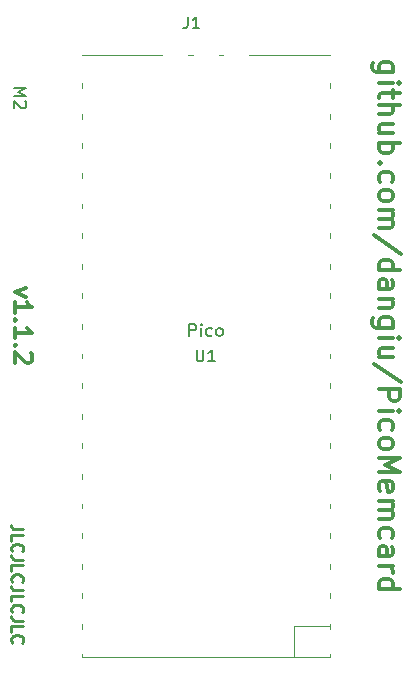
<source format=gbr>
%TF.GenerationSoftware,KiCad,Pcbnew,(6.0.5)*%
%TF.CreationDate,2023-02-05T19:42:52+01:00*%
%TF.ProjectId,PicoMemcard-pico,5069636f-4d65-46d6-9361-72642d706963,1.1.2*%
%TF.SameCoordinates,Original*%
%TF.FileFunction,Legend,Top*%
%TF.FilePolarity,Positive*%
%FSLAX46Y46*%
G04 Gerber Fmt 4.6, Leading zero omitted, Abs format (unit mm)*
G04 Created by KiCad (PCBNEW (6.0.5)) date 2023-02-05 19:42:52*
%MOMM*%
%LPD*%
G01*
G04 APERTURE LIST*
%ADD10C,0.300000*%
%ADD11C,0.250000*%
%ADD12C,0.150000*%
%ADD13C,0.120000*%
G04 APERTURE END LIST*
D10*
X164977714Y-77080571D02*
X163520571Y-77080571D01*
X163349142Y-76994857D01*
X163263428Y-76909142D01*
X163177714Y-76737714D01*
X163177714Y-76480571D01*
X163263428Y-76309142D01*
X163863428Y-77080571D02*
X163777714Y-76909142D01*
X163777714Y-76566285D01*
X163863428Y-76394857D01*
X163949142Y-76309142D01*
X164120571Y-76223428D01*
X164634857Y-76223428D01*
X164806285Y-76309142D01*
X164892000Y-76394857D01*
X164977714Y-76566285D01*
X164977714Y-76909142D01*
X164892000Y-77080571D01*
X163777714Y-77937714D02*
X164977714Y-77937714D01*
X165577714Y-77937714D02*
X165492000Y-77852000D01*
X165406285Y-77937714D01*
X165492000Y-78023428D01*
X165577714Y-77937714D01*
X165406285Y-77937714D01*
X164977714Y-78537714D02*
X164977714Y-79223428D01*
X165577714Y-78794857D02*
X164034857Y-78794857D01*
X163863428Y-78880571D01*
X163777714Y-79052000D01*
X163777714Y-79223428D01*
X163777714Y-79823428D02*
X165577714Y-79823428D01*
X163777714Y-80594857D02*
X164720571Y-80594857D01*
X164892000Y-80509142D01*
X164977714Y-80337714D01*
X164977714Y-80080571D01*
X164892000Y-79909142D01*
X164806285Y-79823428D01*
X164977714Y-82223428D02*
X163777714Y-82223428D01*
X164977714Y-81452000D02*
X164034857Y-81452000D01*
X163863428Y-81537714D01*
X163777714Y-81709142D01*
X163777714Y-81966285D01*
X163863428Y-82137714D01*
X163949142Y-82223428D01*
X163777714Y-83080571D02*
X165577714Y-83080571D01*
X164892000Y-83080571D02*
X164977714Y-83252000D01*
X164977714Y-83594857D01*
X164892000Y-83766285D01*
X164806285Y-83852000D01*
X164634857Y-83937714D01*
X164120571Y-83937714D01*
X163949142Y-83852000D01*
X163863428Y-83766285D01*
X163777714Y-83594857D01*
X163777714Y-83252000D01*
X163863428Y-83080571D01*
X163949142Y-84709142D02*
X163863428Y-84794857D01*
X163777714Y-84709142D01*
X163863428Y-84623428D01*
X163949142Y-84709142D01*
X163777714Y-84709142D01*
X163863428Y-86337714D02*
X163777714Y-86166285D01*
X163777714Y-85823428D01*
X163863428Y-85652000D01*
X163949142Y-85566285D01*
X164120571Y-85480571D01*
X164634857Y-85480571D01*
X164806285Y-85566285D01*
X164892000Y-85652000D01*
X164977714Y-85823428D01*
X164977714Y-86166285D01*
X164892000Y-86337714D01*
X163777714Y-87366285D02*
X163863428Y-87194857D01*
X163949142Y-87109142D01*
X164120571Y-87023428D01*
X164634857Y-87023428D01*
X164806285Y-87109142D01*
X164892000Y-87194857D01*
X164977714Y-87366285D01*
X164977714Y-87623428D01*
X164892000Y-87794857D01*
X164806285Y-87880571D01*
X164634857Y-87966285D01*
X164120571Y-87966285D01*
X163949142Y-87880571D01*
X163863428Y-87794857D01*
X163777714Y-87623428D01*
X163777714Y-87366285D01*
X163777714Y-88737714D02*
X164977714Y-88737714D01*
X164806285Y-88737714D02*
X164892000Y-88823428D01*
X164977714Y-88994857D01*
X164977714Y-89252000D01*
X164892000Y-89423428D01*
X164720571Y-89509142D01*
X163777714Y-89509142D01*
X164720571Y-89509142D02*
X164892000Y-89594857D01*
X164977714Y-89766285D01*
X164977714Y-90023428D01*
X164892000Y-90194857D01*
X164720571Y-90280571D01*
X163777714Y-90280571D01*
X165663428Y-92423428D02*
X163349142Y-90880571D01*
X163777714Y-93794857D02*
X165577714Y-93794857D01*
X163863428Y-93794857D02*
X163777714Y-93623428D01*
X163777714Y-93280571D01*
X163863428Y-93109142D01*
X163949142Y-93023428D01*
X164120571Y-92937714D01*
X164634857Y-92937714D01*
X164806285Y-93023428D01*
X164892000Y-93109142D01*
X164977714Y-93280571D01*
X164977714Y-93623428D01*
X164892000Y-93794857D01*
X163777714Y-95423428D02*
X164720571Y-95423428D01*
X164892000Y-95337714D01*
X164977714Y-95166285D01*
X164977714Y-94823428D01*
X164892000Y-94652000D01*
X163863428Y-95423428D02*
X163777714Y-95252000D01*
X163777714Y-94823428D01*
X163863428Y-94652000D01*
X164034857Y-94566285D01*
X164206285Y-94566285D01*
X164377714Y-94652000D01*
X164463428Y-94823428D01*
X164463428Y-95252000D01*
X164549142Y-95423428D01*
X164977714Y-96280571D02*
X163777714Y-96280571D01*
X164806285Y-96280571D02*
X164892000Y-96366285D01*
X164977714Y-96537714D01*
X164977714Y-96794857D01*
X164892000Y-96966285D01*
X164720571Y-97052000D01*
X163777714Y-97052000D01*
X164977714Y-98680571D02*
X163520571Y-98680571D01*
X163349142Y-98594857D01*
X163263428Y-98509142D01*
X163177714Y-98337714D01*
X163177714Y-98080571D01*
X163263428Y-97909142D01*
X163863428Y-98680571D02*
X163777714Y-98509142D01*
X163777714Y-98166285D01*
X163863428Y-97994857D01*
X163949142Y-97909142D01*
X164120571Y-97823428D01*
X164634857Y-97823428D01*
X164806285Y-97909142D01*
X164892000Y-97994857D01*
X164977714Y-98166285D01*
X164977714Y-98509142D01*
X164892000Y-98680571D01*
X163777714Y-99537714D02*
X164977714Y-99537714D01*
X165577714Y-99537714D02*
X165492000Y-99452000D01*
X165406285Y-99537714D01*
X165492000Y-99623428D01*
X165577714Y-99537714D01*
X165406285Y-99537714D01*
X164977714Y-101166285D02*
X163777714Y-101166285D01*
X164977714Y-100394857D02*
X164034857Y-100394857D01*
X163863428Y-100480571D01*
X163777714Y-100652000D01*
X163777714Y-100909142D01*
X163863428Y-101080571D01*
X163949142Y-101166285D01*
X165663428Y-103309142D02*
X163349142Y-101766285D01*
X163777714Y-103909142D02*
X165577714Y-103909142D01*
X165577714Y-104594857D01*
X165492000Y-104766285D01*
X165406285Y-104852000D01*
X165234857Y-104937714D01*
X164977714Y-104937714D01*
X164806285Y-104852000D01*
X164720571Y-104766285D01*
X164634857Y-104594857D01*
X164634857Y-103909142D01*
X163777714Y-105709142D02*
X164977714Y-105709142D01*
X165577714Y-105709142D02*
X165492000Y-105623428D01*
X165406285Y-105709142D01*
X165492000Y-105794857D01*
X165577714Y-105709142D01*
X165406285Y-105709142D01*
X163863428Y-107337714D02*
X163777714Y-107166285D01*
X163777714Y-106823428D01*
X163863428Y-106652000D01*
X163949142Y-106566285D01*
X164120571Y-106480571D01*
X164634857Y-106480571D01*
X164806285Y-106566285D01*
X164892000Y-106652000D01*
X164977714Y-106823428D01*
X164977714Y-107166285D01*
X164892000Y-107337714D01*
X163777714Y-108366285D02*
X163863428Y-108194857D01*
X163949142Y-108109142D01*
X164120571Y-108023428D01*
X164634857Y-108023428D01*
X164806285Y-108109142D01*
X164892000Y-108194857D01*
X164977714Y-108366285D01*
X164977714Y-108623428D01*
X164892000Y-108794857D01*
X164806285Y-108880571D01*
X164634857Y-108966285D01*
X164120571Y-108966285D01*
X163949142Y-108880571D01*
X163863428Y-108794857D01*
X163777714Y-108623428D01*
X163777714Y-108366285D01*
X163777714Y-109737714D02*
X165577714Y-109737714D01*
X164292000Y-110337714D01*
X165577714Y-110937714D01*
X163777714Y-110937714D01*
X163863428Y-112480571D02*
X163777714Y-112309142D01*
X163777714Y-111966285D01*
X163863428Y-111794857D01*
X164034857Y-111709142D01*
X164720571Y-111709142D01*
X164892000Y-111794857D01*
X164977714Y-111966285D01*
X164977714Y-112309142D01*
X164892000Y-112480571D01*
X164720571Y-112566285D01*
X164549142Y-112566285D01*
X164377714Y-111709142D01*
X163777714Y-113337714D02*
X164977714Y-113337714D01*
X164806285Y-113337714D02*
X164892000Y-113423428D01*
X164977714Y-113594857D01*
X164977714Y-113852000D01*
X164892000Y-114023428D01*
X164720571Y-114109142D01*
X163777714Y-114109142D01*
X164720571Y-114109142D02*
X164892000Y-114194857D01*
X164977714Y-114366285D01*
X164977714Y-114623428D01*
X164892000Y-114794857D01*
X164720571Y-114880571D01*
X163777714Y-114880571D01*
X163863428Y-116509142D02*
X163777714Y-116337714D01*
X163777714Y-115994857D01*
X163863428Y-115823428D01*
X163949142Y-115737714D01*
X164120571Y-115652000D01*
X164634857Y-115652000D01*
X164806285Y-115737714D01*
X164892000Y-115823428D01*
X164977714Y-115994857D01*
X164977714Y-116337714D01*
X164892000Y-116509142D01*
X163777714Y-118052000D02*
X164720571Y-118052000D01*
X164892000Y-117966285D01*
X164977714Y-117794857D01*
X164977714Y-117452000D01*
X164892000Y-117280571D01*
X163863428Y-118052000D02*
X163777714Y-117880571D01*
X163777714Y-117452000D01*
X163863428Y-117280571D01*
X164034857Y-117194857D01*
X164206285Y-117194857D01*
X164377714Y-117280571D01*
X164463428Y-117452000D01*
X164463428Y-117880571D01*
X164549142Y-118052000D01*
X163777714Y-118909142D02*
X164977714Y-118909142D01*
X164634857Y-118909142D02*
X164806285Y-118994857D01*
X164892000Y-119080571D01*
X164977714Y-119252000D01*
X164977714Y-119423428D01*
X163777714Y-120794857D02*
X165577714Y-120794857D01*
X163863428Y-120794857D02*
X163777714Y-120623428D01*
X163777714Y-120280571D01*
X163863428Y-120109142D01*
X163949142Y-120023428D01*
X164120571Y-119937714D01*
X164634857Y-119937714D01*
X164806285Y-120023428D01*
X164892000Y-120109142D01*
X164977714Y-120280571D01*
X164977714Y-120623428D01*
X164892000Y-120794857D01*
X133925428Y-95337714D02*
X132925428Y-95694857D01*
X133925428Y-96052000D01*
X132925428Y-97409142D02*
X132925428Y-96552000D01*
X132925428Y-96980571D02*
X134425428Y-96980571D01*
X134211142Y-96837714D01*
X134068285Y-96694857D01*
X133996857Y-96552000D01*
X133068285Y-98052000D02*
X132996857Y-98123428D01*
X132925428Y-98052000D01*
X132996857Y-97980571D01*
X133068285Y-98052000D01*
X132925428Y-98052000D01*
X132925428Y-99552000D02*
X132925428Y-98694857D01*
X132925428Y-99123428D02*
X134425428Y-99123428D01*
X134211142Y-98980571D01*
X134068285Y-98837714D01*
X133996857Y-98694857D01*
X133068285Y-100194857D02*
X132996857Y-100266285D01*
X132925428Y-100194857D01*
X132996857Y-100123428D01*
X133068285Y-100194857D01*
X132925428Y-100194857D01*
X134282571Y-100837714D02*
X134354000Y-100909142D01*
X134425428Y-101052000D01*
X134425428Y-101409142D01*
X134354000Y-101552000D01*
X134282571Y-101623428D01*
X134139714Y-101694857D01*
X133996857Y-101694857D01*
X133782571Y-101623428D01*
X132925428Y-100766285D01*
X132925428Y-101694857D01*
D11*
X133643619Y-115776952D02*
X132929333Y-115776952D01*
X132786476Y-115729333D01*
X132691238Y-115634095D01*
X132643619Y-115491238D01*
X132643619Y-115396000D01*
X132643619Y-116729333D02*
X132643619Y-116253142D01*
X133643619Y-116253142D01*
X132738857Y-117634095D02*
X132691238Y-117586476D01*
X132643619Y-117443619D01*
X132643619Y-117348380D01*
X132691238Y-117205523D01*
X132786476Y-117110285D01*
X132881714Y-117062666D01*
X133072190Y-117015047D01*
X133215047Y-117015047D01*
X133405523Y-117062666D01*
X133500761Y-117110285D01*
X133596000Y-117205523D01*
X133643619Y-117348380D01*
X133643619Y-117443619D01*
X133596000Y-117586476D01*
X133548380Y-117634095D01*
X133643619Y-118348380D02*
X132929333Y-118348380D01*
X132786476Y-118300761D01*
X132691238Y-118205523D01*
X132643619Y-118062666D01*
X132643619Y-117967428D01*
X132643619Y-119300761D02*
X132643619Y-118824571D01*
X133643619Y-118824571D01*
X132738857Y-120205523D02*
X132691238Y-120157904D01*
X132643619Y-120015047D01*
X132643619Y-119919809D01*
X132691238Y-119776952D01*
X132786476Y-119681714D01*
X132881714Y-119634095D01*
X133072190Y-119586476D01*
X133215047Y-119586476D01*
X133405523Y-119634095D01*
X133500761Y-119681714D01*
X133596000Y-119776952D01*
X133643619Y-119919809D01*
X133643619Y-120015047D01*
X133596000Y-120157904D01*
X133548380Y-120205523D01*
X133643619Y-120919809D02*
X132929333Y-120919809D01*
X132786476Y-120872190D01*
X132691238Y-120776952D01*
X132643619Y-120634095D01*
X132643619Y-120538857D01*
X132643619Y-121872190D02*
X132643619Y-121396000D01*
X133643619Y-121396000D01*
X132738857Y-122776952D02*
X132691238Y-122729333D01*
X132643619Y-122586476D01*
X132643619Y-122491238D01*
X132691238Y-122348380D01*
X132786476Y-122253142D01*
X132881714Y-122205523D01*
X133072190Y-122157904D01*
X133215047Y-122157904D01*
X133405523Y-122205523D01*
X133500761Y-122253142D01*
X133596000Y-122348380D01*
X133643619Y-122491238D01*
X133643619Y-122586476D01*
X133596000Y-122729333D01*
X133548380Y-122776952D01*
X133643619Y-123491238D02*
X132929333Y-123491238D01*
X132786476Y-123443619D01*
X132691238Y-123348380D01*
X132643619Y-123205523D01*
X132643619Y-123110285D01*
X132643619Y-124443619D02*
X132643619Y-123967428D01*
X133643619Y-123967428D01*
X132738857Y-125348380D02*
X132691238Y-125300761D01*
X132643619Y-125157904D01*
X132643619Y-125062666D01*
X132691238Y-124919809D01*
X132786476Y-124824571D01*
X132881714Y-124776952D01*
X133072190Y-124729333D01*
X133215047Y-124729333D01*
X133405523Y-124776952D01*
X133500761Y-124824571D01*
X133596000Y-124919809D01*
X133643619Y-125062666D01*
X133643619Y-125157904D01*
X133596000Y-125300761D01*
X133548380Y-125348380D01*
D12*
%TO.C,M2*%
X132897619Y-78438476D02*
X133897619Y-78438476D01*
X133183333Y-78771809D01*
X133897619Y-79105142D01*
X132897619Y-79105142D01*
X133802380Y-79533714D02*
X133850000Y-79581333D01*
X133897619Y-79676571D01*
X133897619Y-79914666D01*
X133850000Y-80009904D01*
X133802380Y-80057523D01*
X133707142Y-80105142D01*
X133611904Y-80105142D01*
X133469047Y-80057523D01*
X132897619Y-79486095D01*
X132897619Y-80105142D01*
%TO.C,U1*%
X148336095Y-100544380D02*
X148336095Y-101353904D01*
X148383714Y-101449142D01*
X148431333Y-101496761D01*
X148526571Y-101544380D01*
X148717047Y-101544380D01*
X148812285Y-101496761D01*
X148859904Y-101449142D01*
X148907523Y-101353904D01*
X148907523Y-100544380D01*
X149907523Y-101544380D02*
X149336095Y-101544380D01*
X149621809Y-101544380D02*
X149621809Y-100544380D01*
X149526571Y-100687238D01*
X149431333Y-100782476D01*
X149336095Y-100830095D01*
X147717047Y-99385380D02*
X147717047Y-98385380D01*
X148098000Y-98385380D01*
X148193238Y-98433000D01*
X148240857Y-98480619D01*
X148288476Y-98575857D01*
X148288476Y-98718714D01*
X148240857Y-98813952D01*
X148193238Y-98861571D01*
X148098000Y-98909190D01*
X147717047Y-98909190D01*
X148717047Y-99385380D02*
X148717047Y-98718714D01*
X148717047Y-98385380D02*
X148669428Y-98433000D01*
X148717047Y-98480619D01*
X148764666Y-98433000D01*
X148717047Y-98385380D01*
X148717047Y-98480619D01*
X149621809Y-99337761D02*
X149526571Y-99385380D01*
X149336095Y-99385380D01*
X149240857Y-99337761D01*
X149193238Y-99290142D01*
X149145619Y-99194904D01*
X149145619Y-98909190D01*
X149193238Y-98813952D01*
X149240857Y-98766333D01*
X149336095Y-98718714D01*
X149526571Y-98718714D01*
X149621809Y-98766333D01*
X150193238Y-99385380D02*
X150098000Y-99337761D01*
X150050380Y-99290142D01*
X150002761Y-99194904D01*
X150002761Y-98909190D01*
X150050380Y-98813952D01*
X150098000Y-98766333D01*
X150193238Y-98718714D01*
X150336095Y-98718714D01*
X150431333Y-98766333D01*
X150478952Y-98813952D01*
X150526571Y-98909190D01*
X150526571Y-99194904D01*
X150478952Y-99290142D01*
X150431333Y-99337761D01*
X150336095Y-99385380D01*
X150193238Y-99385380D01*
%TO.C,J1*%
X147566666Y-72352380D02*
X147566666Y-73066666D01*
X147519047Y-73209523D01*
X147423809Y-73304761D01*
X147280952Y-73352380D01*
X147185714Y-73352380D01*
X148566666Y-73352380D02*
X147995238Y-73352380D01*
X148280952Y-73352380D02*
X148280952Y-72352380D01*
X148185714Y-72495238D01*
X148090476Y-72590476D01*
X147995238Y-72638095D01*
D13*
%TO.C,U1*%
X159598000Y-98792000D02*
X159598000Y-98392000D01*
X159598000Y-83492000D02*
X159598000Y-83092000D01*
X138598000Y-91092000D02*
X138598000Y-90692000D01*
X138598000Y-83492000D02*
X138598000Y-83092000D01*
X159598000Y-124192000D02*
X159598000Y-123792000D01*
X138598000Y-88592000D02*
X138598000Y-88192000D01*
X159598000Y-93692000D02*
X159598000Y-93292000D01*
X159598000Y-78392000D02*
X159598000Y-77992000D01*
X156591000Y-123925000D02*
X156591000Y-126592000D01*
X159598000Y-103792000D02*
X159598000Y-103392000D01*
X159598000Y-123925000D02*
X156591000Y-123925000D01*
X138598000Y-126592000D02*
X138598000Y-126292000D01*
X159598000Y-119092000D02*
X159598000Y-118692000D01*
X138598000Y-108892000D02*
X138598000Y-108492000D01*
X138598000Y-101292000D02*
X138598000Y-100892000D01*
X147998000Y-75592000D02*
X147598000Y-75592000D01*
X159598000Y-113992000D02*
X159598000Y-113592000D01*
X159598000Y-80992000D02*
X159598000Y-80592000D01*
X138598000Y-103792000D02*
X138598000Y-103392000D01*
X159598000Y-88592000D02*
X159598000Y-88192000D01*
X159598000Y-91092000D02*
X159598000Y-90692000D01*
X138598000Y-121592000D02*
X138598000Y-121192000D01*
X138598000Y-98792000D02*
X138598000Y-98392000D01*
X159598000Y-106392000D02*
X159598000Y-105992000D01*
X138598000Y-111492000D02*
X138598000Y-111092000D01*
X138598000Y-124192000D02*
X138598000Y-123792000D01*
X138598000Y-93692000D02*
X138598000Y-93292000D01*
X159598000Y-111492000D02*
X159598000Y-111092000D01*
X159598000Y-126592000D02*
X159598000Y-126292000D01*
X138598000Y-116492000D02*
X138598000Y-116092000D01*
X159598000Y-126592000D02*
X138598000Y-126592000D01*
X138598000Y-106392000D02*
X138598000Y-105992000D01*
X138598000Y-75592000D02*
X145398000Y-75592000D01*
X138598000Y-113992000D02*
X138598000Y-113592000D01*
X138598000Y-85992000D02*
X138598000Y-85592000D01*
X159598000Y-85992000D02*
X159598000Y-85592000D01*
X159598000Y-116492000D02*
X159598000Y-116092000D01*
X150598000Y-75592000D02*
X150198000Y-75592000D01*
X159598000Y-101292000D02*
X159598000Y-100892000D01*
X138598000Y-78392000D02*
X138598000Y-77992000D01*
X138598000Y-119092000D02*
X138598000Y-118692000D01*
X152798000Y-75592000D02*
X159598000Y-75592000D01*
X159598000Y-121592000D02*
X159598000Y-121192000D01*
X159598000Y-108892000D02*
X159598000Y-108492000D01*
X138598000Y-96192000D02*
X138598000Y-95792000D01*
X159598000Y-96192000D02*
X159598000Y-95792000D01*
X138598000Y-80992000D02*
X138598000Y-80592000D01*
%TD*%
M02*

</source>
